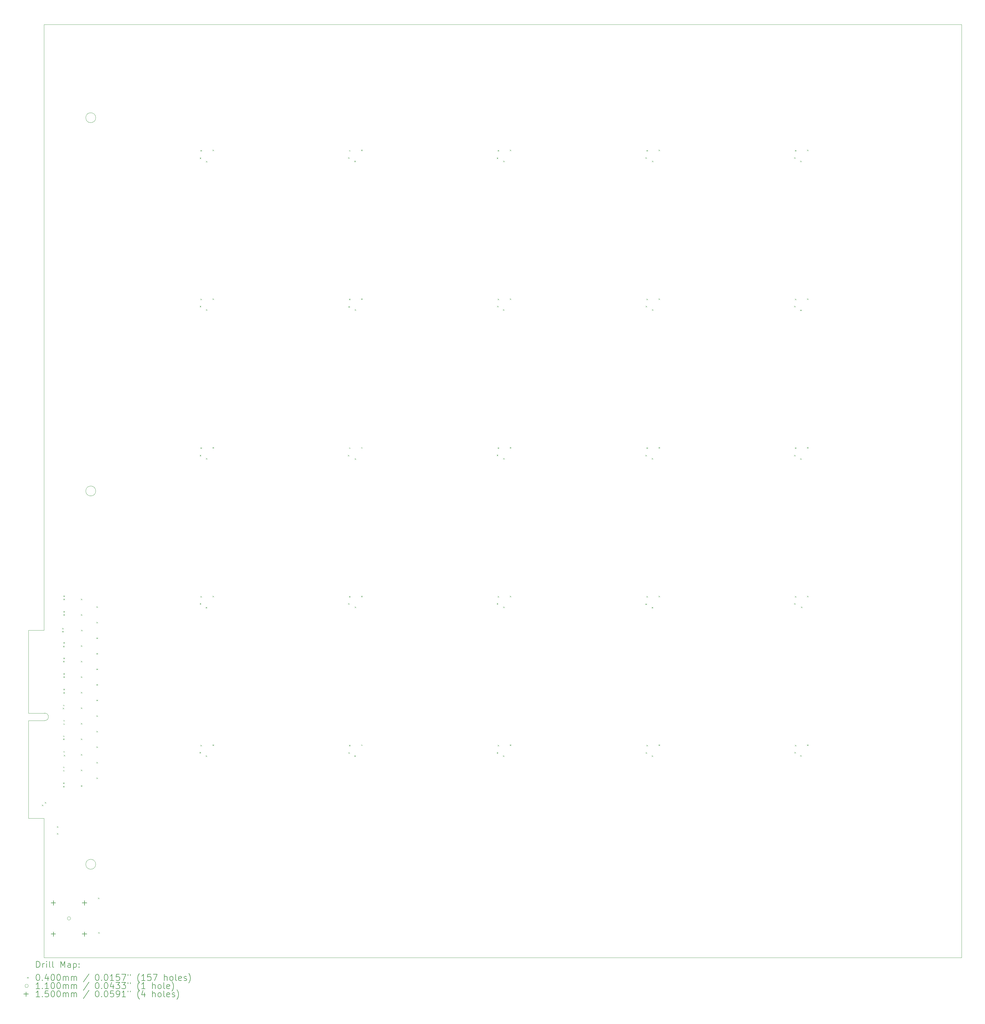
<source format=gbr>
%TF.GenerationSoftware,KiCad,Pcbnew,8.0.2-1*%
%TF.CreationDate,2024-06-03T22:05:27-04:00*%
%TF.ProjectId,Untitled,556e7469-746c-4656-942e-6b696361645f,rev?*%
%TF.SameCoordinates,Original*%
%TF.FileFunction,Drillmap*%
%TF.FilePolarity,Positive*%
%FSLAX45Y45*%
G04 Gerber Fmt 4.5, Leading zero omitted, Abs format (unit mm)*
G04 Created by KiCad (PCBNEW 8.0.2-1) date 2024-06-03 22:05:27*
%MOMM*%
%LPD*%
G01*
G04 APERTURE LIST*
%ADD10C,0.100000*%
%ADD11C,0.120000*%
%ADD12C,0.200000*%
%ADD13C,0.110000*%
%ADD14C,0.150000*%
G04 APERTURE END LIST*
D10*
X5500000Y-22477500D02*
X5500000Y-7477500D01*
X5500000Y-33000000D02*
X5500000Y-28522500D01*
X7160000Y-30000000D02*
G75*
G02*
X6840000Y-30000000I-160000J0D01*
G01*
X6840000Y-30000000D02*
G75*
G02*
X7160000Y-30000000I160000J0D01*
G01*
X5500000Y-3000000D02*
X5500000Y-7477500D01*
X7160000Y-18000000D02*
G75*
G02*
X6840000Y-18000000I-160000J0D01*
G01*
X6840000Y-18000000D02*
G75*
G02*
X7160000Y-18000000I160000J0D01*
G01*
X35000000Y-3000000D02*
X35000000Y-33000000D01*
X35000000Y-3000000D02*
X5500000Y-3000000D01*
X35000000Y-33000000D02*
X5500000Y-33000000D01*
X7160000Y-6000000D02*
G75*
G02*
X6840000Y-6000000I-160000J0D01*
G01*
X6840000Y-6000000D02*
G75*
G02*
X7160000Y-6000000I160000J0D01*
G01*
D11*
X5000000Y-22477500D02*
X5000000Y-25140500D01*
X5000000Y-25140500D02*
X5520000Y-25140500D01*
X5000000Y-25380500D02*
X5000000Y-28522500D01*
X5000000Y-28522500D02*
X5500000Y-28522500D01*
X5500000Y-22477500D02*
X5000000Y-22477500D01*
X5520000Y-25380500D02*
X5000000Y-25380500D01*
X5520000Y-25140500D02*
G75*
G02*
X5520000Y-25380500I0J-120000D01*
G01*
D12*
D10*
X5430000Y-28080000D02*
X5470000Y-28120000D01*
X5470000Y-28080000D02*
X5430000Y-28120000D01*
X5520000Y-28000000D02*
X5560000Y-28040000D01*
X5560000Y-28000000D02*
X5520000Y-28040000D01*
X5910000Y-28780000D02*
X5950000Y-28820000D01*
X5950000Y-28780000D02*
X5910000Y-28820000D01*
X5910000Y-29000000D02*
X5950000Y-29040000D01*
X5950000Y-29000000D02*
X5910000Y-29040000D01*
X6080000Y-22400000D02*
X6120000Y-22440000D01*
X6120000Y-22400000D02*
X6080000Y-22440000D01*
X6080000Y-22500000D02*
X6120000Y-22540000D01*
X6120000Y-22500000D02*
X6080000Y-22540000D01*
X6100000Y-24970000D02*
X6140000Y-25010000D01*
X6140000Y-24970000D02*
X6100000Y-25010000D01*
X6110000Y-22980000D02*
X6150000Y-23020000D01*
X6150000Y-22980000D02*
X6110000Y-23020000D01*
X6110000Y-23460000D02*
X6150000Y-23500000D01*
X6150000Y-23460000D02*
X6110000Y-23500000D01*
X6110000Y-24870000D02*
X6150000Y-24910000D01*
X6150000Y-24870000D02*
X6110000Y-24910000D01*
X6110000Y-25860000D02*
X6150000Y-25900000D01*
X6150000Y-25860000D02*
X6110000Y-25900000D01*
X6110000Y-25960000D02*
X6150000Y-26000000D01*
X6150000Y-25960000D02*
X6110000Y-26000000D01*
X6110000Y-26860000D02*
X6150000Y-26900000D01*
X6150000Y-26860000D02*
X6110000Y-26900000D01*
X6110000Y-26970000D02*
X6150000Y-27010000D01*
X6150000Y-26970000D02*
X6110000Y-27010000D01*
X6110000Y-27370000D02*
X6150000Y-27410000D01*
X6150000Y-27370000D02*
X6110000Y-27410000D01*
X6110000Y-27480000D02*
X6150000Y-27520000D01*
X6150000Y-27480000D02*
X6110000Y-27520000D01*
X6120000Y-21360000D02*
X6160000Y-21400000D01*
X6160000Y-21360000D02*
X6120000Y-21400000D01*
X6120000Y-21460000D02*
X6160000Y-21500000D01*
X6160000Y-21460000D02*
X6120000Y-21500000D01*
X6120000Y-21860000D02*
X6160000Y-21900000D01*
X6160000Y-21860000D02*
X6120000Y-21900000D01*
X6120000Y-21960000D02*
X6160000Y-22000000D01*
X6160000Y-21960000D02*
X6120000Y-22000000D01*
X6120000Y-22860000D02*
X6160000Y-22900000D01*
X6160000Y-22860000D02*
X6120000Y-22900000D01*
X6120000Y-23360000D02*
X6160000Y-23400000D01*
X6160000Y-23360000D02*
X6120000Y-23400000D01*
X6120000Y-23860000D02*
X6160000Y-23900000D01*
X6160000Y-23860000D02*
X6120000Y-23900000D01*
X6120000Y-23960000D02*
X6160000Y-24000000D01*
X6160000Y-23960000D02*
X6120000Y-24000000D01*
X6120000Y-24360000D02*
X6160000Y-24400000D01*
X6160000Y-24360000D02*
X6120000Y-24400000D01*
X6120000Y-24470000D02*
X6160000Y-24510000D01*
X6160000Y-24470000D02*
X6120000Y-24510000D01*
X6120000Y-25360000D02*
X6160000Y-25400000D01*
X6160000Y-25360000D02*
X6120000Y-25400000D01*
X6120000Y-25470000D02*
X6160000Y-25510000D01*
X6160000Y-25470000D02*
X6120000Y-25510000D01*
X6120000Y-26360000D02*
X6160000Y-26400000D01*
X6160000Y-26360000D02*
X6120000Y-26400000D01*
X6130000Y-26480000D02*
X6170000Y-26520000D01*
X6170000Y-26480000D02*
X6130000Y-26520000D01*
X6680000Y-21460000D02*
X6720000Y-21500000D01*
X6720000Y-21460000D02*
X6680000Y-21500000D01*
X6680000Y-21960000D02*
X6720000Y-22000000D01*
X6720000Y-21960000D02*
X6680000Y-22000000D01*
X6680000Y-22960000D02*
X6720000Y-23000000D01*
X6720000Y-22960000D02*
X6680000Y-23000000D01*
X6680000Y-23460000D02*
X6720000Y-23500000D01*
X6720000Y-23460000D02*
X6680000Y-23500000D01*
X6680000Y-23960000D02*
X6720000Y-24000000D01*
X6720000Y-23960000D02*
X6680000Y-24000000D01*
X6680000Y-24460000D02*
X6720000Y-24500000D01*
X6720000Y-24460000D02*
X6680000Y-24500000D01*
X6680000Y-24960000D02*
X6720000Y-25000000D01*
X6720000Y-24960000D02*
X6680000Y-25000000D01*
X6680000Y-25460000D02*
X6720000Y-25500000D01*
X6720000Y-25460000D02*
X6680000Y-25500000D01*
X6680000Y-25960000D02*
X6720000Y-26000000D01*
X6720000Y-25960000D02*
X6680000Y-26000000D01*
X6680000Y-26460000D02*
X6720000Y-26500000D01*
X6720000Y-26460000D02*
X6680000Y-26500000D01*
X6680000Y-26960000D02*
X6720000Y-27000000D01*
X6720000Y-26960000D02*
X6680000Y-27000000D01*
X6680000Y-27460000D02*
X6720000Y-27500000D01*
X6720000Y-27460000D02*
X6680000Y-27500000D01*
X6690000Y-22460000D02*
X6730000Y-22500000D01*
X6730000Y-22460000D02*
X6690000Y-22500000D01*
X7180000Y-21710000D02*
X7220000Y-21750000D01*
X7220000Y-21710000D02*
X7180000Y-21750000D01*
X7180000Y-22210000D02*
X7220000Y-22250000D01*
X7220000Y-22210000D02*
X7180000Y-22250000D01*
X7180000Y-22710000D02*
X7220000Y-22750000D01*
X7220000Y-22710000D02*
X7180000Y-22750000D01*
X7180000Y-23210000D02*
X7220000Y-23250000D01*
X7220000Y-23210000D02*
X7180000Y-23250000D01*
X7180000Y-23710000D02*
X7220000Y-23750000D01*
X7220000Y-23710000D02*
X7180000Y-23750000D01*
X7180000Y-24210000D02*
X7220000Y-24250000D01*
X7220000Y-24210000D02*
X7180000Y-24250000D01*
X7180000Y-24710000D02*
X7220000Y-24750000D01*
X7220000Y-24710000D02*
X7180000Y-24750000D01*
X7180000Y-25210000D02*
X7220000Y-25250000D01*
X7220000Y-25210000D02*
X7180000Y-25250000D01*
X7180000Y-25710000D02*
X7220000Y-25750000D01*
X7220000Y-25710000D02*
X7180000Y-25750000D01*
X7180000Y-26210000D02*
X7220000Y-26250000D01*
X7220000Y-26210000D02*
X7180000Y-26250000D01*
X7180000Y-26710000D02*
X7220000Y-26750000D01*
X7220000Y-26710000D02*
X7180000Y-26750000D01*
X7180000Y-27210000D02*
X7220000Y-27250000D01*
X7220000Y-27210000D02*
X7180000Y-27250000D01*
X7230000Y-31070000D02*
X7270000Y-31110000D01*
X7270000Y-31070000D02*
X7230000Y-31110000D01*
X7240000Y-32180000D02*
X7280000Y-32220000D01*
X7280000Y-32180000D02*
X7240000Y-32220000D01*
X10496000Y-26389000D02*
X10536000Y-26429000D01*
X10536000Y-26389000D02*
X10496000Y-26429000D01*
X10506000Y-7279000D02*
X10546000Y-7319000D01*
X10546000Y-7279000D02*
X10506000Y-7319000D01*
X10506000Y-12049000D02*
X10546000Y-12089000D01*
X10546000Y-12049000D02*
X10506000Y-12089000D01*
X10506000Y-16839000D02*
X10546000Y-16879000D01*
X10546000Y-16839000D02*
X10506000Y-16879000D01*
X10506000Y-21609000D02*
X10546000Y-21649000D01*
X10546000Y-21609000D02*
X10506000Y-21649000D01*
X10526000Y-7039000D02*
X10566000Y-7079000D01*
X10566000Y-7039000D02*
X10526000Y-7079000D01*
X10526000Y-11819000D02*
X10566000Y-11859000D01*
X10566000Y-11819000D02*
X10526000Y-11859000D01*
X10526000Y-16599000D02*
X10566000Y-16639000D01*
X10566000Y-16599000D02*
X10526000Y-16639000D01*
X10526000Y-21379000D02*
X10566000Y-21419000D01*
X10566000Y-21379000D02*
X10526000Y-21419000D01*
X10526000Y-26159000D02*
X10566000Y-26199000D01*
X10566000Y-26159000D02*
X10526000Y-26199000D01*
X10696000Y-21729000D02*
X10736000Y-21769000D01*
X10736000Y-21729000D02*
X10696000Y-21769000D01*
X10696000Y-26499000D02*
X10736000Y-26539000D01*
X10736000Y-26499000D02*
X10696000Y-26539000D01*
X10706000Y-7389000D02*
X10746000Y-7429000D01*
X10746000Y-7389000D02*
X10706000Y-7429000D01*
X10706000Y-12159000D02*
X10746000Y-12199000D01*
X10746000Y-12159000D02*
X10706000Y-12199000D01*
X10706000Y-16939000D02*
X10746000Y-16979000D01*
X10746000Y-16939000D02*
X10706000Y-16979000D01*
X10916000Y-7029000D02*
X10956000Y-7069000D01*
X10956000Y-7029000D02*
X10916000Y-7069000D01*
X10916000Y-11809000D02*
X10956000Y-11849000D01*
X10956000Y-11809000D02*
X10916000Y-11849000D01*
X10916000Y-16589000D02*
X10956000Y-16629000D01*
X10956000Y-16589000D02*
X10916000Y-16629000D01*
X10916000Y-21369000D02*
X10956000Y-21409000D01*
X10956000Y-21369000D02*
X10916000Y-21409000D01*
X10916000Y-26149000D02*
X10956000Y-26189000D01*
X10956000Y-26149000D02*
X10916000Y-26189000D01*
X15266000Y-16839000D02*
X15306000Y-16879000D01*
X15306000Y-16839000D02*
X15266000Y-16879000D01*
X15276000Y-7269000D02*
X15316000Y-7309000D01*
X15316000Y-7269000D02*
X15276000Y-7309000D01*
X15276000Y-21609000D02*
X15316000Y-21649000D01*
X15316000Y-21609000D02*
X15276000Y-21649000D01*
X15286000Y-12059000D02*
X15326000Y-12099000D01*
X15326000Y-12059000D02*
X15286000Y-12099000D01*
X15286000Y-26399000D02*
X15326000Y-26439000D01*
X15326000Y-26399000D02*
X15286000Y-26439000D01*
X15306000Y-7039000D02*
X15346000Y-7079000D01*
X15346000Y-7039000D02*
X15306000Y-7079000D01*
X15306000Y-11819000D02*
X15346000Y-11859000D01*
X15346000Y-11819000D02*
X15306000Y-11859000D01*
X15306000Y-16599000D02*
X15346000Y-16639000D01*
X15346000Y-16599000D02*
X15306000Y-16639000D01*
X15306000Y-21379000D02*
X15346000Y-21419000D01*
X15346000Y-21379000D02*
X15306000Y-21419000D01*
X15306000Y-26159000D02*
X15346000Y-26199000D01*
X15346000Y-26159000D02*
X15306000Y-26199000D01*
X15476000Y-7379000D02*
X15516000Y-7419000D01*
X15516000Y-7379000D02*
X15476000Y-7419000D01*
X15476000Y-26499000D02*
X15516000Y-26539000D01*
X15516000Y-26499000D02*
X15476000Y-26539000D01*
X15486000Y-12159000D02*
X15526000Y-12199000D01*
X15526000Y-12159000D02*
X15486000Y-12199000D01*
X15486000Y-16949000D02*
X15526000Y-16989000D01*
X15526000Y-16949000D02*
X15486000Y-16989000D01*
X15486000Y-21719000D02*
X15526000Y-21759000D01*
X15526000Y-21719000D02*
X15486000Y-21759000D01*
X15696000Y-7029000D02*
X15736000Y-7069000D01*
X15736000Y-7029000D02*
X15696000Y-7069000D01*
X15696000Y-11809000D02*
X15736000Y-11849000D01*
X15736000Y-11809000D02*
X15696000Y-11849000D01*
X15696000Y-16589000D02*
X15736000Y-16629000D01*
X15736000Y-16589000D02*
X15696000Y-16629000D01*
X15696000Y-21369000D02*
X15736000Y-21409000D01*
X15736000Y-21369000D02*
X15696000Y-21409000D01*
X15696000Y-26149000D02*
X15736000Y-26189000D01*
X15736000Y-26149000D02*
X15696000Y-26189000D01*
X20056000Y-7279000D02*
X20096000Y-7319000D01*
X20096000Y-7279000D02*
X20056000Y-7319000D01*
X20056000Y-16829000D02*
X20096000Y-16869000D01*
X20096000Y-16829000D02*
X20056000Y-16869000D01*
X20056000Y-21609000D02*
X20096000Y-21649000D01*
X20096000Y-21609000D02*
X20056000Y-21649000D01*
X20056000Y-26399000D02*
X20096000Y-26439000D01*
X20096000Y-26399000D02*
X20056000Y-26439000D01*
X20066000Y-12049000D02*
X20106000Y-12089000D01*
X20106000Y-12049000D02*
X20066000Y-12089000D01*
X20086000Y-7039000D02*
X20126000Y-7079000D01*
X20126000Y-7039000D02*
X20086000Y-7079000D01*
X20086000Y-11819000D02*
X20126000Y-11859000D01*
X20126000Y-11819000D02*
X20086000Y-11859000D01*
X20086000Y-16599000D02*
X20126000Y-16639000D01*
X20126000Y-16599000D02*
X20086000Y-16639000D01*
X20086000Y-21379000D02*
X20126000Y-21419000D01*
X20126000Y-21379000D02*
X20086000Y-21419000D01*
X20086000Y-26159000D02*
X20126000Y-26199000D01*
X20126000Y-26159000D02*
X20086000Y-26199000D01*
X20256000Y-12159000D02*
X20296000Y-12199000D01*
X20296000Y-12159000D02*
X20256000Y-12199000D01*
X20256000Y-26499000D02*
X20296000Y-26539000D01*
X20296000Y-26499000D02*
X20256000Y-26539000D01*
X20266000Y-7379000D02*
X20306000Y-7419000D01*
X20306000Y-7379000D02*
X20266000Y-7419000D01*
X20266000Y-16939000D02*
X20306000Y-16979000D01*
X20306000Y-16939000D02*
X20266000Y-16979000D01*
X20266000Y-21719000D02*
X20306000Y-21759000D01*
X20306000Y-21719000D02*
X20266000Y-21759000D01*
X20476000Y-7029000D02*
X20516000Y-7069000D01*
X20516000Y-7029000D02*
X20476000Y-7069000D01*
X20476000Y-11809000D02*
X20516000Y-11849000D01*
X20516000Y-11809000D02*
X20476000Y-11849000D01*
X20476000Y-16589000D02*
X20516000Y-16629000D01*
X20516000Y-16589000D02*
X20476000Y-16629000D01*
X20476000Y-21369000D02*
X20516000Y-21409000D01*
X20516000Y-21369000D02*
X20476000Y-21409000D01*
X20476000Y-26149000D02*
X20516000Y-26189000D01*
X20516000Y-26149000D02*
X20476000Y-26189000D01*
X24836000Y-7269000D02*
X24876000Y-7309000D01*
X24876000Y-7269000D02*
X24836000Y-7309000D01*
X24836000Y-16839000D02*
X24876000Y-16879000D01*
X24876000Y-16839000D02*
X24836000Y-16879000D01*
X24836000Y-21619000D02*
X24876000Y-21659000D01*
X24876000Y-21619000D02*
X24836000Y-21659000D01*
X24846000Y-12049000D02*
X24886000Y-12089000D01*
X24886000Y-12049000D02*
X24846000Y-12089000D01*
X24846000Y-26399000D02*
X24886000Y-26439000D01*
X24886000Y-26399000D02*
X24846000Y-26439000D01*
X24866000Y-7039000D02*
X24906000Y-7079000D01*
X24906000Y-7039000D02*
X24866000Y-7079000D01*
X24866000Y-11819000D02*
X24906000Y-11859000D01*
X24906000Y-11819000D02*
X24866000Y-11859000D01*
X24866000Y-16599000D02*
X24906000Y-16639000D01*
X24906000Y-16599000D02*
X24866000Y-16639000D01*
X24866000Y-21379000D02*
X24906000Y-21419000D01*
X24906000Y-21379000D02*
X24866000Y-21419000D01*
X24866000Y-26159000D02*
X24906000Y-26199000D01*
X24906000Y-26159000D02*
X24866000Y-26199000D01*
X25036000Y-16939000D02*
X25076000Y-16979000D01*
X25076000Y-16939000D02*
X25036000Y-16979000D01*
X25036000Y-21729000D02*
X25076000Y-21769000D01*
X25076000Y-21729000D02*
X25036000Y-21769000D01*
X25036000Y-26499000D02*
X25076000Y-26539000D01*
X25076000Y-26499000D02*
X25036000Y-26539000D01*
X25046000Y-7379000D02*
X25086000Y-7419000D01*
X25086000Y-7379000D02*
X25046000Y-7419000D01*
X25046000Y-12159000D02*
X25086000Y-12199000D01*
X25086000Y-12159000D02*
X25046000Y-12199000D01*
X25256000Y-7029000D02*
X25296000Y-7069000D01*
X25296000Y-7029000D02*
X25256000Y-7069000D01*
X25256000Y-11809000D02*
X25296000Y-11849000D01*
X25296000Y-11809000D02*
X25256000Y-11849000D01*
X25256000Y-16589000D02*
X25296000Y-16629000D01*
X25296000Y-16589000D02*
X25256000Y-16629000D01*
X25256000Y-21369000D02*
X25296000Y-21409000D01*
X25296000Y-21369000D02*
X25256000Y-21409000D01*
X25256000Y-26149000D02*
X25296000Y-26189000D01*
X25296000Y-26149000D02*
X25256000Y-26189000D01*
X29616000Y-7269000D02*
X29656000Y-7309000D01*
X29656000Y-7269000D02*
X29616000Y-7309000D01*
X29616000Y-12049000D02*
X29656000Y-12089000D01*
X29656000Y-12049000D02*
X29616000Y-12089000D01*
X29616000Y-16839000D02*
X29656000Y-16879000D01*
X29656000Y-16839000D02*
X29616000Y-16879000D01*
X29616000Y-21609000D02*
X29656000Y-21649000D01*
X29656000Y-21609000D02*
X29616000Y-21649000D01*
X29626000Y-26389000D02*
X29666000Y-26429000D01*
X29666000Y-26389000D02*
X29626000Y-26429000D01*
X29646000Y-7039000D02*
X29686000Y-7079000D01*
X29686000Y-7039000D02*
X29646000Y-7079000D01*
X29646000Y-11819000D02*
X29686000Y-11859000D01*
X29686000Y-11819000D02*
X29646000Y-11859000D01*
X29646000Y-16599000D02*
X29686000Y-16639000D01*
X29686000Y-16599000D02*
X29646000Y-16639000D01*
X29646000Y-21379000D02*
X29686000Y-21419000D01*
X29686000Y-21379000D02*
X29646000Y-21419000D01*
X29646000Y-26159000D02*
X29686000Y-26199000D01*
X29686000Y-26159000D02*
X29646000Y-26199000D01*
X29816000Y-7379000D02*
X29856000Y-7419000D01*
X29856000Y-7379000D02*
X29816000Y-7419000D01*
X29816000Y-12169000D02*
X29856000Y-12209000D01*
X29856000Y-12169000D02*
X29816000Y-12209000D01*
X29816000Y-16949000D02*
X29856000Y-16989000D01*
X29856000Y-16949000D02*
X29816000Y-16989000D01*
X29816000Y-26489000D02*
X29856000Y-26529000D01*
X29856000Y-26489000D02*
X29816000Y-26529000D01*
X29836000Y-21719000D02*
X29876000Y-21759000D01*
X29876000Y-21719000D02*
X29836000Y-21759000D01*
X30036000Y-7029000D02*
X30076000Y-7069000D01*
X30076000Y-7029000D02*
X30036000Y-7069000D01*
X30036000Y-11809000D02*
X30076000Y-11849000D01*
X30076000Y-11809000D02*
X30036000Y-11849000D01*
X30036000Y-16589000D02*
X30076000Y-16629000D01*
X30076000Y-16589000D02*
X30036000Y-16629000D01*
X30036000Y-21369000D02*
X30076000Y-21409000D01*
X30076000Y-21369000D02*
X30036000Y-21409000D01*
X30036000Y-26149000D02*
X30076000Y-26189000D01*
X30076000Y-26149000D02*
X30036000Y-26189000D01*
D13*
X6355000Y-31740000D02*
G75*
G02*
X6245000Y-31740000I-55000J0D01*
G01*
X6245000Y-31740000D02*
G75*
G02*
X6355000Y-31740000I55000J0D01*
G01*
D14*
X5797500Y-31162500D02*
X5797500Y-31312500D01*
X5722500Y-31237500D02*
X5872500Y-31237500D01*
X5797500Y-32167500D02*
X5797500Y-32317500D01*
X5722500Y-32242500D02*
X5872500Y-32242500D01*
X6802500Y-31162500D02*
X6802500Y-31312500D01*
X6727500Y-31237500D02*
X6877500Y-31237500D01*
X6802500Y-32167500D02*
X6802500Y-32317500D01*
X6727500Y-32242500D02*
X6877500Y-32242500D01*
D12*
X5254777Y-33316484D02*
X5254777Y-33116484D01*
X5254777Y-33116484D02*
X5302396Y-33116484D01*
X5302396Y-33116484D02*
X5330967Y-33126008D01*
X5330967Y-33126008D02*
X5350015Y-33145055D01*
X5350015Y-33145055D02*
X5359539Y-33164103D01*
X5359539Y-33164103D02*
X5369063Y-33202198D01*
X5369063Y-33202198D02*
X5369063Y-33230769D01*
X5369063Y-33230769D02*
X5359539Y-33268865D01*
X5359539Y-33268865D02*
X5350015Y-33287912D01*
X5350015Y-33287912D02*
X5330967Y-33306960D01*
X5330967Y-33306960D02*
X5302396Y-33316484D01*
X5302396Y-33316484D02*
X5254777Y-33316484D01*
X5454777Y-33316484D02*
X5454777Y-33183150D01*
X5454777Y-33221246D02*
X5464301Y-33202198D01*
X5464301Y-33202198D02*
X5473824Y-33192674D01*
X5473824Y-33192674D02*
X5492872Y-33183150D01*
X5492872Y-33183150D02*
X5511920Y-33183150D01*
X5578586Y-33316484D02*
X5578586Y-33183150D01*
X5578586Y-33116484D02*
X5569063Y-33126008D01*
X5569063Y-33126008D02*
X5578586Y-33135531D01*
X5578586Y-33135531D02*
X5588110Y-33126008D01*
X5588110Y-33126008D02*
X5578586Y-33116484D01*
X5578586Y-33116484D02*
X5578586Y-33135531D01*
X5702396Y-33316484D02*
X5683348Y-33306960D01*
X5683348Y-33306960D02*
X5673824Y-33287912D01*
X5673824Y-33287912D02*
X5673824Y-33116484D01*
X5807158Y-33316484D02*
X5788110Y-33306960D01*
X5788110Y-33306960D02*
X5778586Y-33287912D01*
X5778586Y-33287912D02*
X5778586Y-33116484D01*
X6035729Y-33316484D02*
X6035729Y-33116484D01*
X6035729Y-33116484D02*
X6102396Y-33259341D01*
X6102396Y-33259341D02*
X6169062Y-33116484D01*
X6169062Y-33116484D02*
X6169062Y-33316484D01*
X6350015Y-33316484D02*
X6350015Y-33211722D01*
X6350015Y-33211722D02*
X6340491Y-33192674D01*
X6340491Y-33192674D02*
X6321443Y-33183150D01*
X6321443Y-33183150D02*
X6283348Y-33183150D01*
X6283348Y-33183150D02*
X6264301Y-33192674D01*
X6350015Y-33306960D02*
X6330967Y-33316484D01*
X6330967Y-33316484D02*
X6283348Y-33316484D01*
X6283348Y-33316484D02*
X6264301Y-33306960D01*
X6264301Y-33306960D02*
X6254777Y-33287912D01*
X6254777Y-33287912D02*
X6254777Y-33268865D01*
X6254777Y-33268865D02*
X6264301Y-33249817D01*
X6264301Y-33249817D02*
X6283348Y-33240293D01*
X6283348Y-33240293D02*
X6330967Y-33240293D01*
X6330967Y-33240293D02*
X6350015Y-33230769D01*
X6445253Y-33183150D02*
X6445253Y-33383150D01*
X6445253Y-33192674D02*
X6464301Y-33183150D01*
X6464301Y-33183150D02*
X6502396Y-33183150D01*
X6502396Y-33183150D02*
X6521443Y-33192674D01*
X6521443Y-33192674D02*
X6530967Y-33202198D01*
X6530967Y-33202198D02*
X6540491Y-33221246D01*
X6540491Y-33221246D02*
X6540491Y-33278388D01*
X6540491Y-33278388D02*
X6530967Y-33297436D01*
X6530967Y-33297436D02*
X6521443Y-33306960D01*
X6521443Y-33306960D02*
X6502396Y-33316484D01*
X6502396Y-33316484D02*
X6464301Y-33316484D01*
X6464301Y-33316484D02*
X6445253Y-33306960D01*
X6626205Y-33297436D02*
X6635729Y-33306960D01*
X6635729Y-33306960D02*
X6626205Y-33316484D01*
X6626205Y-33316484D02*
X6616682Y-33306960D01*
X6616682Y-33306960D02*
X6626205Y-33297436D01*
X6626205Y-33297436D02*
X6626205Y-33316484D01*
X6626205Y-33192674D02*
X6635729Y-33202198D01*
X6635729Y-33202198D02*
X6626205Y-33211722D01*
X6626205Y-33211722D02*
X6616682Y-33202198D01*
X6616682Y-33202198D02*
X6626205Y-33192674D01*
X6626205Y-33192674D02*
X6626205Y-33211722D01*
D10*
X4954000Y-33625000D02*
X4994000Y-33665000D01*
X4994000Y-33625000D02*
X4954000Y-33665000D01*
D12*
X5292872Y-33536484D02*
X5311920Y-33536484D01*
X5311920Y-33536484D02*
X5330967Y-33546008D01*
X5330967Y-33546008D02*
X5340491Y-33555531D01*
X5340491Y-33555531D02*
X5350015Y-33574579D01*
X5350015Y-33574579D02*
X5359539Y-33612674D01*
X5359539Y-33612674D02*
X5359539Y-33660293D01*
X5359539Y-33660293D02*
X5350015Y-33698389D01*
X5350015Y-33698389D02*
X5340491Y-33717436D01*
X5340491Y-33717436D02*
X5330967Y-33726960D01*
X5330967Y-33726960D02*
X5311920Y-33736484D01*
X5311920Y-33736484D02*
X5292872Y-33736484D01*
X5292872Y-33736484D02*
X5273824Y-33726960D01*
X5273824Y-33726960D02*
X5264301Y-33717436D01*
X5264301Y-33717436D02*
X5254777Y-33698389D01*
X5254777Y-33698389D02*
X5245253Y-33660293D01*
X5245253Y-33660293D02*
X5245253Y-33612674D01*
X5245253Y-33612674D02*
X5254777Y-33574579D01*
X5254777Y-33574579D02*
X5264301Y-33555531D01*
X5264301Y-33555531D02*
X5273824Y-33546008D01*
X5273824Y-33546008D02*
X5292872Y-33536484D01*
X5445253Y-33717436D02*
X5454777Y-33726960D01*
X5454777Y-33726960D02*
X5445253Y-33736484D01*
X5445253Y-33736484D02*
X5435729Y-33726960D01*
X5435729Y-33726960D02*
X5445253Y-33717436D01*
X5445253Y-33717436D02*
X5445253Y-33736484D01*
X5626205Y-33603150D02*
X5626205Y-33736484D01*
X5578586Y-33526960D02*
X5530967Y-33669817D01*
X5530967Y-33669817D02*
X5654777Y-33669817D01*
X5769062Y-33536484D02*
X5788110Y-33536484D01*
X5788110Y-33536484D02*
X5807158Y-33546008D01*
X5807158Y-33546008D02*
X5816682Y-33555531D01*
X5816682Y-33555531D02*
X5826205Y-33574579D01*
X5826205Y-33574579D02*
X5835729Y-33612674D01*
X5835729Y-33612674D02*
X5835729Y-33660293D01*
X5835729Y-33660293D02*
X5826205Y-33698389D01*
X5826205Y-33698389D02*
X5816682Y-33717436D01*
X5816682Y-33717436D02*
X5807158Y-33726960D01*
X5807158Y-33726960D02*
X5788110Y-33736484D01*
X5788110Y-33736484D02*
X5769062Y-33736484D01*
X5769062Y-33736484D02*
X5750015Y-33726960D01*
X5750015Y-33726960D02*
X5740491Y-33717436D01*
X5740491Y-33717436D02*
X5730967Y-33698389D01*
X5730967Y-33698389D02*
X5721443Y-33660293D01*
X5721443Y-33660293D02*
X5721443Y-33612674D01*
X5721443Y-33612674D02*
X5730967Y-33574579D01*
X5730967Y-33574579D02*
X5740491Y-33555531D01*
X5740491Y-33555531D02*
X5750015Y-33546008D01*
X5750015Y-33546008D02*
X5769062Y-33536484D01*
X5959539Y-33536484D02*
X5978586Y-33536484D01*
X5978586Y-33536484D02*
X5997634Y-33546008D01*
X5997634Y-33546008D02*
X6007158Y-33555531D01*
X6007158Y-33555531D02*
X6016682Y-33574579D01*
X6016682Y-33574579D02*
X6026205Y-33612674D01*
X6026205Y-33612674D02*
X6026205Y-33660293D01*
X6026205Y-33660293D02*
X6016682Y-33698389D01*
X6016682Y-33698389D02*
X6007158Y-33717436D01*
X6007158Y-33717436D02*
X5997634Y-33726960D01*
X5997634Y-33726960D02*
X5978586Y-33736484D01*
X5978586Y-33736484D02*
X5959539Y-33736484D01*
X5959539Y-33736484D02*
X5940491Y-33726960D01*
X5940491Y-33726960D02*
X5930967Y-33717436D01*
X5930967Y-33717436D02*
X5921443Y-33698389D01*
X5921443Y-33698389D02*
X5911920Y-33660293D01*
X5911920Y-33660293D02*
X5911920Y-33612674D01*
X5911920Y-33612674D02*
X5921443Y-33574579D01*
X5921443Y-33574579D02*
X5930967Y-33555531D01*
X5930967Y-33555531D02*
X5940491Y-33546008D01*
X5940491Y-33546008D02*
X5959539Y-33536484D01*
X6111920Y-33736484D02*
X6111920Y-33603150D01*
X6111920Y-33622198D02*
X6121443Y-33612674D01*
X6121443Y-33612674D02*
X6140491Y-33603150D01*
X6140491Y-33603150D02*
X6169063Y-33603150D01*
X6169063Y-33603150D02*
X6188110Y-33612674D01*
X6188110Y-33612674D02*
X6197634Y-33631722D01*
X6197634Y-33631722D02*
X6197634Y-33736484D01*
X6197634Y-33631722D02*
X6207158Y-33612674D01*
X6207158Y-33612674D02*
X6226205Y-33603150D01*
X6226205Y-33603150D02*
X6254777Y-33603150D01*
X6254777Y-33603150D02*
X6273824Y-33612674D01*
X6273824Y-33612674D02*
X6283348Y-33631722D01*
X6283348Y-33631722D02*
X6283348Y-33736484D01*
X6378586Y-33736484D02*
X6378586Y-33603150D01*
X6378586Y-33622198D02*
X6388110Y-33612674D01*
X6388110Y-33612674D02*
X6407158Y-33603150D01*
X6407158Y-33603150D02*
X6435729Y-33603150D01*
X6435729Y-33603150D02*
X6454777Y-33612674D01*
X6454777Y-33612674D02*
X6464301Y-33631722D01*
X6464301Y-33631722D02*
X6464301Y-33736484D01*
X6464301Y-33631722D02*
X6473824Y-33612674D01*
X6473824Y-33612674D02*
X6492872Y-33603150D01*
X6492872Y-33603150D02*
X6521443Y-33603150D01*
X6521443Y-33603150D02*
X6540491Y-33612674D01*
X6540491Y-33612674D02*
X6550015Y-33631722D01*
X6550015Y-33631722D02*
X6550015Y-33736484D01*
X6940491Y-33526960D02*
X6769063Y-33784103D01*
X7197634Y-33536484D02*
X7216682Y-33536484D01*
X7216682Y-33536484D02*
X7235729Y-33546008D01*
X7235729Y-33546008D02*
X7245253Y-33555531D01*
X7245253Y-33555531D02*
X7254777Y-33574579D01*
X7254777Y-33574579D02*
X7264301Y-33612674D01*
X7264301Y-33612674D02*
X7264301Y-33660293D01*
X7264301Y-33660293D02*
X7254777Y-33698389D01*
X7254777Y-33698389D02*
X7245253Y-33717436D01*
X7245253Y-33717436D02*
X7235729Y-33726960D01*
X7235729Y-33726960D02*
X7216682Y-33736484D01*
X7216682Y-33736484D02*
X7197634Y-33736484D01*
X7197634Y-33736484D02*
X7178586Y-33726960D01*
X7178586Y-33726960D02*
X7169063Y-33717436D01*
X7169063Y-33717436D02*
X7159539Y-33698389D01*
X7159539Y-33698389D02*
X7150015Y-33660293D01*
X7150015Y-33660293D02*
X7150015Y-33612674D01*
X7150015Y-33612674D02*
X7159539Y-33574579D01*
X7159539Y-33574579D02*
X7169063Y-33555531D01*
X7169063Y-33555531D02*
X7178586Y-33546008D01*
X7178586Y-33546008D02*
X7197634Y-33536484D01*
X7350015Y-33717436D02*
X7359539Y-33726960D01*
X7359539Y-33726960D02*
X7350015Y-33736484D01*
X7350015Y-33736484D02*
X7340491Y-33726960D01*
X7340491Y-33726960D02*
X7350015Y-33717436D01*
X7350015Y-33717436D02*
X7350015Y-33736484D01*
X7483348Y-33536484D02*
X7502396Y-33536484D01*
X7502396Y-33536484D02*
X7521444Y-33546008D01*
X7521444Y-33546008D02*
X7530967Y-33555531D01*
X7530967Y-33555531D02*
X7540491Y-33574579D01*
X7540491Y-33574579D02*
X7550015Y-33612674D01*
X7550015Y-33612674D02*
X7550015Y-33660293D01*
X7550015Y-33660293D02*
X7540491Y-33698389D01*
X7540491Y-33698389D02*
X7530967Y-33717436D01*
X7530967Y-33717436D02*
X7521444Y-33726960D01*
X7521444Y-33726960D02*
X7502396Y-33736484D01*
X7502396Y-33736484D02*
X7483348Y-33736484D01*
X7483348Y-33736484D02*
X7464301Y-33726960D01*
X7464301Y-33726960D02*
X7454777Y-33717436D01*
X7454777Y-33717436D02*
X7445253Y-33698389D01*
X7445253Y-33698389D02*
X7435729Y-33660293D01*
X7435729Y-33660293D02*
X7435729Y-33612674D01*
X7435729Y-33612674D02*
X7445253Y-33574579D01*
X7445253Y-33574579D02*
X7454777Y-33555531D01*
X7454777Y-33555531D02*
X7464301Y-33546008D01*
X7464301Y-33546008D02*
X7483348Y-33536484D01*
X7740491Y-33736484D02*
X7626206Y-33736484D01*
X7683348Y-33736484D02*
X7683348Y-33536484D01*
X7683348Y-33536484D02*
X7664301Y-33565055D01*
X7664301Y-33565055D02*
X7645253Y-33584103D01*
X7645253Y-33584103D02*
X7626206Y-33593627D01*
X7921444Y-33536484D02*
X7826206Y-33536484D01*
X7826206Y-33536484D02*
X7816682Y-33631722D01*
X7816682Y-33631722D02*
X7826206Y-33622198D01*
X7826206Y-33622198D02*
X7845253Y-33612674D01*
X7845253Y-33612674D02*
X7892872Y-33612674D01*
X7892872Y-33612674D02*
X7911920Y-33622198D01*
X7911920Y-33622198D02*
X7921444Y-33631722D01*
X7921444Y-33631722D02*
X7930967Y-33650770D01*
X7930967Y-33650770D02*
X7930967Y-33698389D01*
X7930967Y-33698389D02*
X7921444Y-33717436D01*
X7921444Y-33717436D02*
X7911920Y-33726960D01*
X7911920Y-33726960D02*
X7892872Y-33736484D01*
X7892872Y-33736484D02*
X7845253Y-33736484D01*
X7845253Y-33736484D02*
X7826206Y-33726960D01*
X7826206Y-33726960D02*
X7816682Y-33717436D01*
X7997634Y-33536484D02*
X8130967Y-33536484D01*
X8130967Y-33536484D02*
X8045253Y-33736484D01*
X8197634Y-33536484D02*
X8197634Y-33574579D01*
X8273825Y-33536484D02*
X8273825Y-33574579D01*
X8569063Y-33812674D02*
X8559539Y-33803150D01*
X8559539Y-33803150D02*
X8540491Y-33774579D01*
X8540491Y-33774579D02*
X8530968Y-33755531D01*
X8530968Y-33755531D02*
X8521444Y-33726960D01*
X8521444Y-33726960D02*
X8511920Y-33679341D01*
X8511920Y-33679341D02*
X8511920Y-33641246D01*
X8511920Y-33641246D02*
X8521444Y-33593627D01*
X8521444Y-33593627D02*
X8530968Y-33565055D01*
X8530968Y-33565055D02*
X8540491Y-33546008D01*
X8540491Y-33546008D02*
X8559539Y-33517436D01*
X8559539Y-33517436D02*
X8569063Y-33507912D01*
X8750015Y-33736484D02*
X8635730Y-33736484D01*
X8692872Y-33736484D02*
X8692872Y-33536484D01*
X8692872Y-33536484D02*
X8673825Y-33565055D01*
X8673825Y-33565055D02*
X8654777Y-33584103D01*
X8654777Y-33584103D02*
X8635730Y-33593627D01*
X8930968Y-33536484D02*
X8835730Y-33536484D01*
X8835730Y-33536484D02*
X8826206Y-33631722D01*
X8826206Y-33631722D02*
X8835730Y-33622198D01*
X8835730Y-33622198D02*
X8854777Y-33612674D01*
X8854777Y-33612674D02*
X8902396Y-33612674D01*
X8902396Y-33612674D02*
X8921444Y-33622198D01*
X8921444Y-33622198D02*
X8930968Y-33631722D01*
X8930968Y-33631722D02*
X8940491Y-33650770D01*
X8940491Y-33650770D02*
X8940491Y-33698389D01*
X8940491Y-33698389D02*
X8930968Y-33717436D01*
X8930968Y-33717436D02*
X8921444Y-33726960D01*
X8921444Y-33726960D02*
X8902396Y-33736484D01*
X8902396Y-33736484D02*
X8854777Y-33736484D01*
X8854777Y-33736484D02*
X8835730Y-33726960D01*
X8835730Y-33726960D02*
X8826206Y-33717436D01*
X9007158Y-33536484D02*
X9140491Y-33536484D01*
X9140491Y-33536484D02*
X9054777Y-33736484D01*
X9369063Y-33736484D02*
X9369063Y-33536484D01*
X9454777Y-33736484D02*
X9454777Y-33631722D01*
X9454777Y-33631722D02*
X9445253Y-33612674D01*
X9445253Y-33612674D02*
X9426206Y-33603150D01*
X9426206Y-33603150D02*
X9397634Y-33603150D01*
X9397634Y-33603150D02*
X9378587Y-33612674D01*
X9378587Y-33612674D02*
X9369063Y-33622198D01*
X9578587Y-33736484D02*
X9559539Y-33726960D01*
X9559539Y-33726960D02*
X9550015Y-33717436D01*
X9550015Y-33717436D02*
X9540492Y-33698389D01*
X9540492Y-33698389D02*
X9540492Y-33641246D01*
X9540492Y-33641246D02*
X9550015Y-33622198D01*
X9550015Y-33622198D02*
X9559539Y-33612674D01*
X9559539Y-33612674D02*
X9578587Y-33603150D01*
X9578587Y-33603150D02*
X9607158Y-33603150D01*
X9607158Y-33603150D02*
X9626206Y-33612674D01*
X9626206Y-33612674D02*
X9635730Y-33622198D01*
X9635730Y-33622198D02*
X9645253Y-33641246D01*
X9645253Y-33641246D02*
X9645253Y-33698389D01*
X9645253Y-33698389D02*
X9635730Y-33717436D01*
X9635730Y-33717436D02*
X9626206Y-33726960D01*
X9626206Y-33726960D02*
X9607158Y-33736484D01*
X9607158Y-33736484D02*
X9578587Y-33736484D01*
X9759539Y-33736484D02*
X9740492Y-33726960D01*
X9740492Y-33726960D02*
X9730968Y-33707912D01*
X9730968Y-33707912D02*
X9730968Y-33536484D01*
X9911920Y-33726960D02*
X9892873Y-33736484D01*
X9892873Y-33736484D02*
X9854777Y-33736484D01*
X9854777Y-33736484D02*
X9835730Y-33726960D01*
X9835730Y-33726960D02*
X9826206Y-33707912D01*
X9826206Y-33707912D02*
X9826206Y-33631722D01*
X9826206Y-33631722D02*
X9835730Y-33612674D01*
X9835730Y-33612674D02*
X9854777Y-33603150D01*
X9854777Y-33603150D02*
X9892873Y-33603150D01*
X9892873Y-33603150D02*
X9911920Y-33612674D01*
X9911920Y-33612674D02*
X9921444Y-33631722D01*
X9921444Y-33631722D02*
X9921444Y-33650770D01*
X9921444Y-33650770D02*
X9826206Y-33669817D01*
X9997634Y-33726960D02*
X10016682Y-33736484D01*
X10016682Y-33736484D02*
X10054777Y-33736484D01*
X10054777Y-33736484D02*
X10073825Y-33726960D01*
X10073825Y-33726960D02*
X10083349Y-33707912D01*
X10083349Y-33707912D02*
X10083349Y-33698389D01*
X10083349Y-33698389D02*
X10073825Y-33679341D01*
X10073825Y-33679341D02*
X10054777Y-33669817D01*
X10054777Y-33669817D02*
X10026206Y-33669817D01*
X10026206Y-33669817D02*
X10007158Y-33660293D01*
X10007158Y-33660293D02*
X9997634Y-33641246D01*
X9997634Y-33641246D02*
X9997634Y-33631722D01*
X9997634Y-33631722D02*
X10007158Y-33612674D01*
X10007158Y-33612674D02*
X10026206Y-33603150D01*
X10026206Y-33603150D02*
X10054777Y-33603150D01*
X10054777Y-33603150D02*
X10073825Y-33612674D01*
X10150015Y-33812674D02*
X10159539Y-33803150D01*
X10159539Y-33803150D02*
X10178587Y-33774579D01*
X10178587Y-33774579D02*
X10188111Y-33755531D01*
X10188111Y-33755531D02*
X10197634Y-33726960D01*
X10197634Y-33726960D02*
X10207158Y-33679341D01*
X10207158Y-33679341D02*
X10207158Y-33641246D01*
X10207158Y-33641246D02*
X10197634Y-33593627D01*
X10197634Y-33593627D02*
X10188111Y-33565055D01*
X10188111Y-33565055D02*
X10178587Y-33546008D01*
X10178587Y-33546008D02*
X10159539Y-33517436D01*
X10159539Y-33517436D02*
X10150015Y-33507912D01*
D13*
X4994000Y-33909000D02*
G75*
G02*
X4884000Y-33909000I-55000J0D01*
G01*
X4884000Y-33909000D02*
G75*
G02*
X4994000Y-33909000I55000J0D01*
G01*
D12*
X5359539Y-34000484D02*
X5245253Y-34000484D01*
X5302396Y-34000484D02*
X5302396Y-33800484D01*
X5302396Y-33800484D02*
X5283348Y-33829055D01*
X5283348Y-33829055D02*
X5264301Y-33848103D01*
X5264301Y-33848103D02*
X5245253Y-33857627D01*
X5445253Y-33981436D02*
X5454777Y-33990960D01*
X5454777Y-33990960D02*
X5445253Y-34000484D01*
X5445253Y-34000484D02*
X5435729Y-33990960D01*
X5435729Y-33990960D02*
X5445253Y-33981436D01*
X5445253Y-33981436D02*
X5445253Y-34000484D01*
X5645253Y-34000484D02*
X5530967Y-34000484D01*
X5588110Y-34000484D02*
X5588110Y-33800484D01*
X5588110Y-33800484D02*
X5569063Y-33829055D01*
X5569063Y-33829055D02*
X5550015Y-33848103D01*
X5550015Y-33848103D02*
X5530967Y-33857627D01*
X5769062Y-33800484D02*
X5788110Y-33800484D01*
X5788110Y-33800484D02*
X5807158Y-33810008D01*
X5807158Y-33810008D02*
X5816682Y-33819531D01*
X5816682Y-33819531D02*
X5826205Y-33838579D01*
X5826205Y-33838579D02*
X5835729Y-33876674D01*
X5835729Y-33876674D02*
X5835729Y-33924293D01*
X5835729Y-33924293D02*
X5826205Y-33962389D01*
X5826205Y-33962389D02*
X5816682Y-33981436D01*
X5816682Y-33981436D02*
X5807158Y-33990960D01*
X5807158Y-33990960D02*
X5788110Y-34000484D01*
X5788110Y-34000484D02*
X5769062Y-34000484D01*
X5769062Y-34000484D02*
X5750015Y-33990960D01*
X5750015Y-33990960D02*
X5740491Y-33981436D01*
X5740491Y-33981436D02*
X5730967Y-33962389D01*
X5730967Y-33962389D02*
X5721443Y-33924293D01*
X5721443Y-33924293D02*
X5721443Y-33876674D01*
X5721443Y-33876674D02*
X5730967Y-33838579D01*
X5730967Y-33838579D02*
X5740491Y-33819531D01*
X5740491Y-33819531D02*
X5750015Y-33810008D01*
X5750015Y-33810008D02*
X5769062Y-33800484D01*
X5959539Y-33800484D02*
X5978586Y-33800484D01*
X5978586Y-33800484D02*
X5997634Y-33810008D01*
X5997634Y-33810008D02*
X6007158Y-33819531D01*
X6007158Y-33819531D02*
X6016682Y-33838579D01*
X6016682Y-33838579D02*
X6026205Y-33876674D01*
X6026205Y-33876674D02*
X6026205Y-33924293D01*
X6026205Y-33924293D02*
X6016682Y-33962389D01*
X6016682Y-33962389D02*
X6007158Y-33981436D01*
X6007158Y-33981436D02*
X5997634Y-33990960D01*
X5997634Y-33990960D02*
X5978586Y-34000484D01*
X5978586Y-34000484D02*
X5959539Y-34000484D01*
X5959539Y-34000484D02*
X5940491Y-33990960D01*
X5940491Y-33990960D02*
X5930967Y-33981436D01*
X5930967Y-33981436D02*
X5921443Y-33962389D01*
X5921443Y-33962389D02*
X5911920Y-33924293D01*
X5911920Y-33924293D02*
X5911920Y-33876674D01*
X5911920Y-33876674D02*
X5921443Y-33838579D01*
X5921443Y-33838579D02*
X5930967Y-33819531D01*
X5930967Y-33819531D02*
X5940491Y-33810008D01*
X5940491Y-33810008D02*
X5959539Y-33800484D01*
X6111920Y-34000484D02*
X6111920Y-33867150D01*
X6111920Y-33886198D02*
X6121443Y-33876674D01*
X6121443Y-33876674D02*
X6140491Y-33867150D01*
X6140491Y-33867150D02*
X6169063Y-33867150D01*
X6169063Y-33867150D02*
X6188110Y-33876674D01*
X6188110Y-33876674D02*
X6197634Y-33895722D01*
X6197634Y-33895722D02*
X6197634Y-34000484D01*
X6197634Y-33895722D02*
X6207158Y-33876674D01*
X6207158Y-33876674D02*
X6226205Y-33867150D01*
X6226205Y-33867150D02*
X6254777Y-33867150D01*
X6254777Y-33867150D02*
X6273824Y-33876674D01*
X6273824Y-33876674D02*
X6283348Y-33895722D01*
X6283348Y-33895722D02*
X6283348Y-34000484D01*
X6378586Y-34000484D02*
X6378586Y-33867150D01*
X6378586Y-33886198D02*
X6388110Y-33876674D01*
X6388110Y-33876674D02*
X6407158Y-33867150D01*
X6407158Y-33867150D02*
X6435729Y-33867150D01*
X6435729Y-33867150D02*
X6454777Y-33876674D01*
X6454777Y-33876674D02*
X6464301Y-33895722D01*
X6464301Y-33895722D02*
X6464301Y-34000484D01*
X6464301Y-33895722D02*
X6473824Y-33876674D01*
X6473824Y-33876674D02*
X6492872Y-33867150D01*
X6492872Y-33867150D02*
X6521443Y-33867150D01*
X6521443Y-33867150D02*
X6540491Y-33876674D01*
X6540491Y-33876674D02*
X6550015Y-33895722D01*
X6550015Y-33895722D02*
X6550015Y-34000484D01*
X6940491Y-33790960D02*
X6769063Y-34048103D01*
X7197634Y-33800484D02*
X7216682Y-33800484D01*
X7216682Y-33800484D02*
X7235729Y-33810008D01*
X7235729Y-33810008D02*
X7245253Y-33819531D01*
X7245253Y-33819531D02*
X7254777Y-33838579D01*
X7254777Y-33838579D02*
X7264301Y-33876674D01*
X7264301Y-33876674D02*
X7264301Y-33924293D01*
X7264301Y-33924293D02*
X7254777Y-33962389D01*
X7254777Y-33962389D02*
X7245253Y-33981436D01*
X7245253Y-33981436D02*
X7235729Y-33990960D01*
X7235729Y-33990960D02*
X7216682Y-34000484D01*
X7216682Y-34000484D02*
X7197634Y-34000484D01*
X7197634Y-34000484D02*
X7178586Y-33990960D01*
X7178586Y-33990960D02*
X7169063Y-33981436D01*
X7169063Y-33981436D02*
X7159539Y-33962389D01*
X7159539Y-33962389D02*
X7150015Y-33924293D01*
X7150015Y-33924293D02*
X7150015Y-33876674D01*
X7150015Y-33876674D02*
X7159539Y-33838579D01*
X7159539Y-33838579D02*
X7169063Y-33819531D01*
X7169063Y-33819531D02*
X7178586Y-33810008D01*
X7178586Y-33810008D02*
X7197634Y-33800484D01*
X7350015Y-33981436D02*
X7359539Y-33990960D01*
X7359539Y-33990960D02*
X7350015Y-34000484D01*
X7350015Y-34000484D02*
X7340491Y-33990960D01*
X7340491Y-33990960D02*
X7350015Y-33981436D01*
X7350015Y-33981436D02*
X7350015Y-34000484D01*
X7483348Y-33800484D02*
X7502396Y-33800484D01*
X7502396Y-33800484D02*
X7521444Y-33810008D01*
X7521444Y-33810008D02*
X7530967Y-33819531D01*
X7530967Y-33819531D02*
X7540491Y-33838579D01*
X7540491Y-33838579D02*
X7550015Y-33876674D01*
X7550015Y-33876674D02*
X7550015Y-33924293D01*
X7550015Y-33924293D02*
X7540491Y-33962389D01*
X7540491Y-33962389D02*
X7530967Y-33981436D01*
X7530967Y-33981436D02*
X7521444Y-33990960D01*
X7521444Y-33990960D02*
X7502396Y-34000484D01*
X7502396Y-34000484D02*
X7483348Y-34000484D01*
X7483348Y-34000484D02*
X7464301Y-33990960D01*
X7464301Y-33990960D02*
X7454777Y-33981436D01*
X7454777Y-33981436D02*
X7445253Y-33962389D01*
X7445253Y-33962389D02*
X7435729Y-33924293D01*
X7435729Y-33924293D02*
X7435729Y-33876674D01*
X7435729Y-33876674D02*
X7445253Y-33838579D01*
X7445253Y-33838579D02*
X7454777Y-33819531D01*
X7454777Y-33819531D02*
X7464301Y-33810008D01*
X7464301Y-33810008D02*
X7483348Y-33800484D01*
X7721444Y-33867150D02*
X7721444Y-34000484D01*
X7673825Y-33790960D02*
X7626206Y-33933817D01*
X7626206Y-33933817D02*
X7750015Y-33933817D01*
X7807158Y-33800484D02*
X7930967Y-33800484D01*
X7930967Y-33800484D02*
X7864301Y-33876674D01*
X7864301Y-33876674D02*
X7892872Y-33876674D01*
X7892872Y-33876674D02*
X7911920Y-33886198D01*
X7911920Y-33886198D02*
X7921444Y-33895722D01*
X7921444Y-33895722D02*
X7930967Y-33914770D01*
X7930967Y-33914770D02*
X7930967Y-33962389D01*
X7930967Y-33962389D02*
X7921444Y-33981436D01*
X7921444Y-33981436D02*
X7911920Y-33990960D01*
X7911920Y-33990960D02*
X7892872Y-34000484D01*
X7892872Y-34000484D02*
X7835729Y-34000484D01*
X7835729Y-34000484D02*
X7816682Y-33990960D01*
X7816682Y-33990960D02*
X7807158Y-33981436D01*
X7997634Y-33800484D02*
X8121444Y-33800484D01*
X8121444Y-33800484D02*
X8054777Y-33876674D01*
X8054777Y-33876674D02*
X8083348Y-33876674D01*
X8083348Y-33876674D02*
X8102396Y-33886198D01*
X8102396Y-33886198D02*
X8111920Y-33895722D01*
X8111920Y-33895722D02*
X8121444Y-33914770D01*
X8121444Y-33914770D02*
X8121444Y-33962389D01*
X8121444Y-33962389D02*
X8111920Y-33981436D01*
X8111920Y-33981436D02*
X8102396Y-33990960D01*
X8102396Y-33990960D02*
X8083348Y-34000484D01*
X8083348Y-34000484D02*
X8026206Y-34000484D01*
X8026206Y-34000484D02*
X8007158Y-33990960D01*
X8007158Y-33990960D02*
X7997634Y-33981436D01*
X8197634Y-33800484D02*
X8197634Y-33838579D01*
X8273825Y-33800484D02*
X8273825Y-33838579D01*
X8569063Y-34076674D02*
X8559539Y-34067150D01*
X8559539Y-34067150D02*
X8540491Y-34038579D01*
X8540491Y-34038579D02*
X8530968Y-34019531D01*
X8530968Y-34019531D02*
X8521444Y-33990960D01*
X8521444Y-33990960D02*
X8511920Y-33943341D01*
X8511920Y-33943341D02*
X8511920Y-33905246D01*
X8511920Y-33905246D02*
X8521444Y-33857627D01*
X8521444Y-33857627D02*
X8530968Y-33829055D01*
X8530968Y-33829055D02*
X8540491Y-33810008D01*
X8540491Y-33810008D02*
X8559539Y-33781436D01*
X8559539Y-33781436D02*
X8569063Y-33771912D01*
X8750015Y-34000484D02*
X8635730Y-34000484D01*
X8692872Y-34000484D02*
X8692872Y-33800484D01*
X8692872Y-33800484D02*
X8673825Y-33829055D01*
X8673825Y-33829055D02*
X8654777Y-33848103D01*
X8654777Y-33848103D02*
X8635730Y-33857627D01*
X8988111Y-34000484D02*
X8988111Y-33800484D01*
X9073825Y-34000484D02*
X9073825Y-33895722D01*
X9073825Y-33895722D02*
X9064301Y-33876674D01*
X9064301Y-33876674D02*
X9045253Y-33867150D01*
X9045253Y-33867150D02*
X9016682Y-33867150D01*
X9016682Y-33867150D02*
X8997634Y-33876674D01*
X8997634Y-33876674D02*
X8988111Y-33886198D01*
X9197634Y-34000484D02*
X9178587Y-33990960D01*
X9178587Y-33990960D02*
X9169063Y-33981436D01*
X9169063Y-33981436D02*
X9159539Y-33962389D01*
X9159539Y-33962389D02*
X9159539Y-33905246D01*
X9159539Y-33905246D02*
X9169063Y-33886198D01*
X9169063Y-33886198D02*
X9178587Y-33876674D01*
X9178587Y-33876674D02*
X9197634Y-33867150D01*
X9197634Y-33867150D02*
X9226206Y-33867150D01*
X9226206Y-33867150D02*
X9245253Y-33876674D01*
X9245253Y-33876674D02*
X9254777Y-33886198D01*
X9254777Y-33886198D02*
X9264301Y-33905246D01*
X9264301Y-33905246D02*
X9264301Y-33962389D01*
X9264301Y-33962389D02*
X9254777Y-33981436D01*
X9254777Y-33981436D02*
X9245253Y-33990960D01*
X9245253Y-33990960D02*
X9226206Y-34000484D01*
X9226206Y-34000484D02*
X9197634Y-34000484D01*
X9378587Y-34000484D02*
X9359539Y-33990960D01*
X9359539Y-33990960D02*
X9350015Y-33971912D01*
X9350015Y-33971912D02*
X9350015Y-33800484D01*
X9530968Y-33990960D02*
X9511920Y-34000484D01*
X9511920Y-34000484D02*
X9473825Y-34000484D01*
X9473825Y-34000484D02*
X9454777Y-33990960D01*
X9454777Y-33990960D02*
X9445253Y-33971912D01*
X9445253Y-33971912D02*
X9445253Y-33895722D01*
X9445253Y-33895722D02*
X9454777Y-33876674D01*
X9454777Y-33876674D02*
X9473825Y-33867150D01*
X9473825Y-33867150D02*
X9511920Y-33867150D01*
X9511920Y-33867150D02*
X9530968Y-33876674D01*
X9530968Y-33876674D02*
X9540492Y-33895722D01*
X9540492Y-33895722D02*
X9540492Y-33914770D01*
X9540492Y-33914770D02*
X9445253Y-33933817D01*
X9607158Y-34076674D02*
X9616682Y-34067150D01*
X9616682Y-34067150D02*
X9635730Y-34038579D01*
X9635730Y-34038579D02*
X9645253Y-34019531D01*
X9645253Y-34019531D02*
X9654777Y-33990960D01*
X9654777Y-33990960D02*
X9664301Y-33943341D01*
X9664301Y-33943341D02*
X9664301Y-33905246D01*
X9664301Y-33905246D02*
X9654777Y-33857627D01*
X9654777Y-33857627D02*
X9645253Y-33829055D01*
X9645253Y-33829055D02*
X9635730Y-33810008D01*
X9635730Y-33810008D02*
X9616682Y-33781436D01*
X9616682Y-33781436D02*
X9607158Y-33771912D01*
D14*
X4919000Y-34098000D02*
X4919000Y-34248000D01*
X4844000Y-34173000D02*
X4994000Y-34173000D01*
D12*
X5359539Y-34264484D02*
X5245253Y-34264484D01*
X5302396Y-34264484D02*
X5302396Y-34064484D01*
X5302396Y-34064484D02*
X5283348Y-34093055D01*
X5283348Y-34093055D02*
X5264301Y-34112103D01*
X5264301Y-34112103D02*
X5245253Y-34121627D01*
X5445253Y-34245436D02*
X5454777Y-34254960D01*
X5454777Y-34254960D02*
X5445253Y-34264484D01*
X5445253Y-34264484D02*
X5435729Y-34254960D01*
X5435729Y-34254960D02*
X5445253Y-34245436D01*
X5445253Y-34245436D02*
X5445253Y-34264484D01*
X5635729Y-34064484D02*
X5540491Y-34064484D01*
X5540491Y-34064484D02*
X5530967Y-34159722D01*
X5530967Y-34159722D02*
X5540491Y-34150198D01*
X5540491Y-34150198D02*
X5559539Y-34140674D01*
X5559539Y-34140674D02*
X5607158Y-34140674D01*
X5607158Y-34140674D02*
X5626205Y-34150198D01*
X5626205Y-34150198D02*
X5635729Y-34159722D01*
X5635729Y-34159722D02*
X5645253Y-34178770D01*
X5645253Y-34178770D02*
X5645253Y-34226389D01*
X5645253Y-34226389D02*
X5635729Y-34245436D01*
X5635729Y-34245436D02*
X5626205Y-34254960D01*
X5626205Y-34254960D02*
X5607158Y-34264484D01*
X5607158Y-34264484D02*
X5559539Y-34264484D01*
X5559539Y-34264484D02*
X5540491Y-34254960D01*
X5540491Y-34254960D02*
X5530967Y-34245436D01*
X5769062Y-34064484D02*
X5788110Y-34064484D01*
X5788110Y-34064484D02*
X5807158Y-34074008D01*
X5807158Y-34074008D02*
X5816682Y-34083531D01*
X5816682Y-34083531D02*
X5826205Y-34102579D01*
X5826205Y-34102579D02*
X5835729Y-34140674D01*
X5835729Y-34140674D02*
X5835729Y-34188293D01*
X5835729Y-34188293D02*
X5826205Y-34226389D01*
X5826205Y-34226389D02*
X5816682Y-34245436D01*
X5816682Y-34245436D02*
X5807158Y-34254960D01*
X5807158Y-34254960D02*
X5788110Y-34264484D01*
X5788110Y-34264484D02*
X5769062Y-34264484D01*
X5769062Y-34264484D02*
X5750015Y-34254960D01*
X5750015Y-34254960D02*
X5740491Y-34245436D01*
X5740491Y-34245436D02*
X5730967Y-34226389D01*
X5730967Y-34226389D02*
X5721443Y-34188293D01*
X5721443Y-34188293D02*
X5721443Y-34140674D01*
X5721443Y-34140674D02*
X5730967Y-34102579D01*
X5730967Y-34102579D02*
X5740491Y-34083531D01*
X5740491Y-34083531D02*
X5750015Y-34074008D01*
X5750015Y-34074008D02*
X5769062Y-34064484D01*
X5959539Y-34064484D02*
X5978586Y-34064484D01*
X5978586Y-34064484D02*
X5997634Y-34074008D01*
X5997634Y-34074008D02*
X6007158Y-34083531D01*
X6007158Y-34083531D02*
X6016682Y-34102579D01*
X6016682Y-34102579D02*
X6026205Y-34140674D01*
X6026205Y-34140674D02*
X6026205Y-34188293D01*
X6026205Y-34188293D02*
X6016682Y-34226389D01*
X6016682Y-34226389D02*
X6007158Y-34245436D01*
X6007158Y-34245436D02*
X5997634Y-34254960D01*
X5997634Y-34254960D02*
X5978586Y-34264484D01*
X5978586Y-34264484D02*
X5959539Y-34264484D01*
X5959539Y-34264484D02*
X5940491Y-34254960D01*
X5940491Y-34254960D02*
X5930967Y-34245436D01*
X5930967Y-34245436D02*
X5921443Y-34226389D01*
X5921443Y-34226389D02*
X5911920Y-34188293D01*
X5911920Y-34188293D02*
X5911920Y-34140674D01*
X5911920Y-34140674D02*
X5921443Y-34102579D01*
X5921443Y-34102579D02*
X5930967Y-34083531D01*
X5930967Y-34083531D02*
X5940491Y-34074008D01*
X5940491Y-34074008D02*
X5959539Y-34064484D01*
X6111920Y-34264484D02*
X6111920Y-34131150D01*
X6111920Y-34150198D02*
X6121443Y-34140674D01*
X6121443Y-34140674D02*
X6140491Y-34131150D01*
X6140491Y-34131150D02*
X6169063Y-34131150D01*
X6169063Y-34131150D02*
X6188110Y-34140674D01*
X6188110Y-34140674D02*
X6197634Y-34159722D01*
X6197634Y-34159722D02*
X6197634Y-34264484D01*
X6197634Y-34159722D02*
X6207158Y-34140674D01*
X6207158Y-34140674D02*
X6226205Y-34131150D01*
X6226205Y-34131150D02*
X6254777Y-34131150D01*
X6254777Y-34131150D02*
X6273824Y-34140674D01*
X6273824Y-34140674D02*
X6283348Y-34159722D01*
X6283348Y-34159722D02*
X6283348Y-34264484D01*
X6378586Y-34264484D02*
X6378586Y-34131150D01*
X6378586Y-34150198D02*
X6388110Y-34140674D01*
X6388110Y-34140674D02*
X6407158Y-34131150D01*
X6407158Y-34131150D02*
X6435729Y-34131150D01*
X6435729Y-34131150D02*
X6454777Y-34140674D01*
X6454777Y-34140674D02*
X6464301Y-34159722D01*
X6464301Y-34159722D02*
X6464301Y-34264484D01*
X6464301Y-34159722D02*
X6473824Y-34140674D01*
X6473824Y-34140674D02*
X6492872Y-34131150D01*
X6492872Y-34131150D02*
X6521443Y-34131150D01*
X6521443Y-34131150D02*
X6540491Y-34140674D01*
X6540491Y-34140674D02*
X6550015Y-34159722D01*
X6550015Y-34159722D02*
X6550015Y-34264484D01*
X6940491Y-34054960D02*
X6769063Y-34312103D01*
X7197634Y-34064484D02*
X7216682Y-34064484D01*
X7216682Y-34064484D02*
X7235729Y-34074008D01*
X7235729Y-34074008D02*
X7245253Y-34083531D01*
X7245253Y-34083531D02*
X7254777Y-34102579D01*
X7254777Y-34102579D02*
X7264301Y-34140674D01*
X7264301Y-34140674D02*
X7264301Y-34188293D01*
X7264301Y-34188293D02*
X7254777Y-34226389D01*
X7254777Y-34226389D02*
X7245253Y-34245436D01*
X7245253Y-34245436D02*
X7235729Y-34254960D01*
X7235729Y-34254960D02*
X7216682Y-34264484D01*
X7216682Y-34264484D02*
X7197634Y-34264484D01*
X7197634Y-34264484D02*
X7178586Y-34254960D01*
X7178586Y-34254960D02*
X7169063Y-34245436D01*
X7169063Y-34245436D02*
X7159539Y-34226389D01*
X7159539Y-34226389D02*
X7150015Y-34188293D01*
X7150015Y-34188293D02*
X7150015Y-34140674D01*
X7150015Y-34140674D02*
X7159539Y-34102579D01*
X7159539Y-34102579D02*
X7169063Y-34083531D01*
X7169063Y-34083531D02*
X7178586Y-34074008D01*
X7178586Y-34074008D02*
X7197634Y-34064484D01*
X7350015Y-34245436D02*
X7359539Y-34254960D01*
X7359539Y-34254960D02*
X7350015Y-34264484D01*
X7350015Y-34264484D02*
X7340491Y-34254960D01*
X7340491Y-34254960D02*
X7350015Y-34245436D01*
X7350015Y-34245436D02*
X7350015Y-34264484D01*
X7483348Y-34064484D02*
X7502396Y-34064484D01*
X7502396Y-34064484D02*
X7521444Y-34074008D01*
X7521444Y-34074008D02*
X7530967Y-34083531D01*
X7530967Y-34083531D02*
X7540491Y-34102579D01*
X7540491Y-34102579D02*
X7550015Y-34140674D01*
X7550015Y-34140674D02*
X7550015Y-34188293D01*
X7550015Y-34188293D02*
X7540491Y-34226389D01*
X7540491Y-34226389D02*
X7530967Y-34245436D01*
X7530967Y-34245436D02*
X7521444Y-34254960D01*
X7521444Y-34254960D02*
X7502396Y-34264484D01*
X7502396Y-34264484D02*
X7483348Y-34264484D01*
X7483348Y-34264484D02*
X7464301Y-34254960D01*
X7464301Y-34254960D02*
X7454777Y-34245436D01*
X7454777Y-34245436D02*
X7445253Y-34226389D01*
X7445253Y-34226389D02*
X7435729Y-34188293D01*
X7435729Y-34188293D02*
X7435729Y-34140674D01*
X7435729Y-34140674D02*
X7445253Y-34102579D01*
X7445253Y-34102579D02*
X7454777Y-34083531D01*
X7454777Y-34083531D02*
X7464301Y-34074008D01*
X7464301Y-34074008D02*
X7483348Y-34064484D01*
X7730967Y-34064484D02*
X7635729Y-34064484D01*
X7635729Y-34064484D02*
X7626206Y-34159722D01*
X7626206Y-34159722D02*
X7635729Y-34150198D01*
X7635729Y-34150198D02*
X7654777Y-34140674D01*
X7654777Y-34140674D02*
X7702396Y-34140674D01*
X7702396Y-34140674D02*
X7721444Y-34150198D01*
X7721444Y-34150198D02*
X7730967Y-34159722D01*
X7730967Y-34159722D02*
X7740491Y-34178770D01*
X7740491Y-34178770D02*
X7740491Y-34226389D01*
X7740491Y-34226389D02*
X7730967Y-34245436D01*
X7730967Y-34245436D02*
X7721444Y-34254960D01*
X7721444Y-34254960D02*
X7702396Y-34264484D01*
X7702396Y-34264484D02*
X7654777Y-34264484D01*
X7654777Y-34264484D02*
X7635729Y-34254960D01*
X7635729Y-34254960D02*
X7626206Y-34245436D01*
X7835729Y-34264484D02*
X7873825Y-34264484D01*
X7873825Y-34264484D02*
X7892872Y-34254960D01*
X7892872Y-34254960D02*
X7902396Y-34245436D01*
X7902396Y-34245436D02*
X7921444Y-34216865D01*
X7921444Y-34216865D02*
X7930967Y-34178770D01*
X7930967Y-34178770D02*
X7930967Y-34102579D01*
X7930967Y-34102579D02*
X7921444Y-34083531D01*
X7921444Y-34083531D02*
X7911920Y-34074008D01*
X7911920Y-34074008D02*
X7892872Y-34064484D01*
X7892872Y-34064484D02*
X7854777Y-34064484D01*
X7854777Y-34064484D02*
X7835729Y-34074008D01*
X7835729Y-34074008D02*
X7826206Y-34083531D01*
X7826206Y-34083531D02*
X7816682Y-34102579D01*
X7816682Y-34102579D02*
X7816682Y-34150198D01*
X7816682Y-34150198D02*
X7826206Y-34169246D01*
X7826206Y-34169246D02*
X7835729Y-34178770D01*
X7835729Y-34178770D02*
X7854777Y-34188293D01*
X7854777Y-34188293D02*
X7892872Y-34188293D01*
X7892872Y-34188293D02*
X7911920Y-34178770D01*
X7911920Y-34178770D02*
X7921444Y-34169246D01*
X7921444Y-34169246D02*
X7930967Y-34150198D01*
X8121444Y-34264484D02*
X8007158Y-34264484D01*
X8064301Y-34264484D02*
X8064301Y-34064484D01*
X8064301Y-34064484D02*
X8045253Y-34093055D01*
X8045253Y-34093055D02*
X8026206Y-34112103D01*
X8026206Y-34112103D02*
X8007158Y-34121627D01*
X8197634Y-34064484D02*
X8197634Y-34102579D01*
X8273825Y-34064484D02*
X8273825Y-34102579D01*
X8569063Y-34340674D02*
X8559539Y-34331150D01*
X8559539Y-34331150D02*
X8540491Y-34302579D01*
X8540491Y-34302579D02*
X8530968Y-34283531D01*
X8530968Y-34283531D02*
X8521444Y-34254960D01*
X8521444Y-34254960D02*
X8511920Y-34207341D01*
X8511920Y-34207341D02*
X8511920Y-34169246D01*
X8511920Y-34169246D02*
X8521444Y-34121627D01*
X8521444Y-34121627D02*
X8530968Y-34093055D01*
X8530968Y-34093055D02*
X8540491Y-34074008D01*
X8540491Y-34074008D02*
X8559539Y-34045436D01*
X8559539Y-34045436D02*
X8569063Y-34035912D01*
X8730968Y-34131150D02*
X8730968Y-34264484D01*
X8683349Y-34054960D02*
X8635730Y-34197817D01*
X8635730Y-34197817D02*
X8759539Y-34197817D01*
X8988111Y-34264484D02*
X8988111Y-34064484D01*
X9073825Y-34264484D02*
X9073825Y-34159722D01*
X9073825Y-34159722D02*
X9064301Y-34140674D01*
X9064301Y-34140674D02*
X9045253Y-34131150D01*
X9045253Y-34131150D02*
X9016682Y-34131150D01*
X9016682Y-34131150D02*
X8997634Y-34140674D01*
X8997634Y-34140674D02*
X8988111Y-34150198D01*
X9197634Y-34264484D02*
X9178587Y-34254960D01*
X9178587Y-34254960D02*
X9169063Y-34245436D01*
X9169063Y-34245436D02*
X9159539Y-34226389D01*
X9159539Y-34226389D02*
X9159539Y-34169246D01*
X9159539Y-34169246D02*
X9169063Y-34150198D01*
X9169063Y-34150198D02*
X9178587Y-34140674D01*
X9178587Y-34140674D02*
X9197634Y-34131150D01*
X9197634Y-34131150D02*
X9226206Y-34131150D01*
X9226206Y-34131150D02*
X9245253Y-34140674D01*
X9245253Y-34140674D02*
X9254777Y-34150198D01*
X9254777Y-34150198D02*
X9264301Y-34169246D01*
X9264301Y-34169246D02*
X9264301Y-34226389D01*
X9264301Y-34226389D02*
X9254777Y-34245436D01*
X9254777Y-34245436D02*
X9245253Y-34254960D01*
X9245253Y-34254960D02*
X9226206Y-34264484D01*
X9226206Y-34264484D02*
X9197634Y-34264484D01*
X9378587Y-34264484D02*
X9359539Y-34254960D01*
X9359539Y-34254960D02*
X9350015Y-34235912D01*
X9350015Y-34235912D02*
X9350015Y-34064484D01*
X9530968Y-34254960D02*
X9511920Y-34264484D01*
X9511920Y-34264484D02*
X9473825Y-34264484D01*
X9473825Y-34264484D02*
X9454777Y-34254960D01*
X9454777Y-34254960D02*
X9445253Y-34235912D01*
X9445253Y-34235912D02*
X9445253Y-34159722D01*
X9445253Y-34159722D02*
X9454777Y-34140674D01*
X9454777Y-34140674D02*
X9473825Y-34131150D01*
X9473825Y-34131150D02*
X9511920Y-34131150D01*
X9511920Y-34131150D02*
X9530968Y-34140674D01*
X9530968Y-34140674D02*
X9540492Y-34159722D01*
X9540492Y-34159722D02*
X9540492Y-34178770D01*
X9540492Y-34178770D02*
X9445253Y-34197817D01*
X9616682Y-34254960D02*
X9635730Y-34264484D01*
X9635730Y-34264484D02*
X9673825Y-34264484D01*
X9673825Y-34264484D02*
X9692873Y-34254960D01*
X9692873Y-34254960D02*
X9702396Y-34235912D01*
X9702396Y-34235912D02*
X9702396Y-34226389D01*
X9702396Y-34226389D02*
X9692873Y-34207341D01*
X9692873Y-34207341D02*
X9673825Y-34197817D01*
X9673825Y-34197817D02*
X9645253Y-34197817D01*
X9645253Y-34197817D02*
X9626206Y-34188293D01*
X9626206Y-34188293D02*
X9616682Y-34169246D01*
X9616682Y-34169246D02*
X9616682Y-34159722D01*
X9616682Y-34159722D02*
X9626206Y-34140674D01*
X9626206Y-34140674D02*
X9645253Y-34131150D01*
X9645253Y-34131150D02*
X9673825Y-34131150D01*
X9673825Y-34131150D02*
X9692873Y-34140674D01*
X9769063Y-34340674D02*
X9778587Y-34331150D01*
X9778587Y-34331150D02*
X9797634Y-34302579D01*
X9797634Y-34302579D02*
X9807158Y-34283531D01*
X9807158Y-34283531D02*
X9816682Y-34254960D01*
X9816682Y-34254960D02*
X9826206Y-34207341D01*
X9826206Y-34207341D02*
X9826206Y-34169246D01*
X9826206Y-34169246D02*
X9816682Y-34121627D01*
X9816682Y-34121627D02*
X9807158Y-34093055D01*
X9807158Y-34093055D02*
X9797634Y-34074008D01*
X9797634Y-34074008D02*
X9778587Y-34045436D01*
X9778587Y-34045436D02*
X9769063Y-34035912D01*
M02*

</source>
